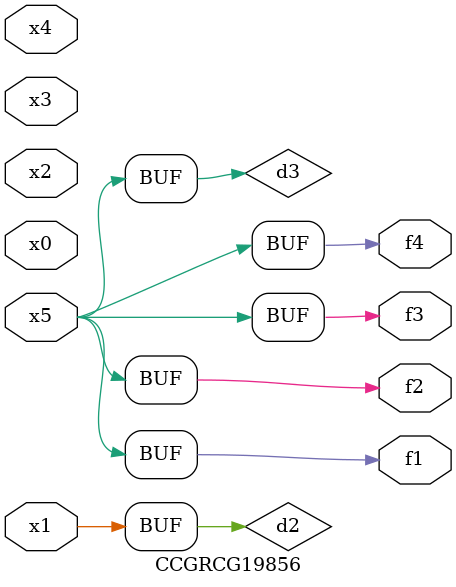
<source format=v>
module CCGRCG19856(
	input x0, x1, x2, x3, x4, x5,
	output f1, f2, f3, f4
);

	wire d1, d2, d3;

	not (d1, x5);
	or (d2, x1);
	xnor (d3, d1);
	assign f1 = d3;
	assign f2 = d3;
	assign f3 = d3;
	assign f4 = d3;
endmodule

</source>
